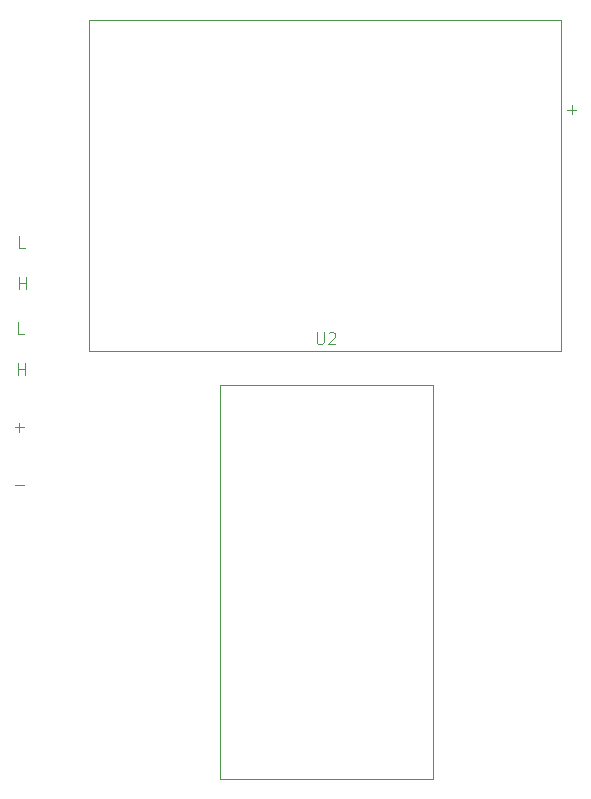
<source format=gbr>
%TF.GenerationSoftware,KiCad,Pcbnew,8.0.6*%
%TF.CreationDate,2025-01-26T20:50:59-07:00*%
%TF.ProjectId,Main Computer,4d61696e-2043-46f6-9d70-757465722e6b,rev?*%
%TF.SameCoordinates,Original*%
%TF.FileFunction,Legend,Top*%
%TF.FilePolarity,Positive*%
%FSLAX46Y46*%
G04 Gerber Fmt 4.6, Leading zero omitted, Abs format (unit mm)*
G04 Created by KiCad (PCBNEW 8.0.6) date 2025-01-26 20:50:59*
%MOMM*%
%LPD*%
G01*
G04 APERTURE LIST*
%ADD10C,0.100000*%
G04 APERTURE END LIST*
D10*
X97203884Y-123491466D02*
X97965789Y-123491466D01*
X97584836Y-123872419D02*
X97584836Y-123110514D01*
X97980074Y-115572419D02*
X97503884Y-115572419D01*
X97503884Y-115572419D02*
X97503884Y-114572419D01*
X144003884Y-96591466D02*
X144765789Y-96591466D01*
X144384836Y-96972419D02*
X144384836Y-96210514D01*
X97603884Y-111772419D02*
X97603884Y-110772419D01*
X97603884Y-111248609D02*
X98175312Y-111248609D01*
X98175312Y-111772419D02*
X98175312Y-110772419D01*
X97503884Y-119072419D02*
X97503884Y-118072419D01*
X97503884Y-118548609D02*
X98075312Y-118548609D01*
X98075312Y-119072419D02*
X98075312Y-118072419D01*
X98080074Y-108272419D02*
X97603884Y-108272419D01*
X97603884Y-108272419D02*
X97603884Y-107272419D01*
X97203884Y-128391466D02*
X97965789Y-128391466D01*
X122788095Y-115452419D02*
X122788095Y-116261942D01*
X122788095Y-116261942D02*
X122835714Y-116357180D01*
X122835714Y-116357180D02*
X122883333Y-116404800D01*
X122883333Y-116404800D02*
X122978571Y-116452419D01*
X122978571Y-116452419D02*
X123169047Y-116452419D01*
X123169047Y-116452419D02*
X123264285Y-116404800D01*
X123264285Y-116404800D02*
X123311904Y-116357180D01*
X123311904Y-116357180D02*
X123359523Y-116261942D01*
X123359523Y-116261942D02*
X123359523Y-115452419D01*
X123788095Y-115547657D02*
X123835714Y-115500038D01*
X123835714Y-115500038D02*
X123930952Y-115452419D01*
X123930952Y-115452419D02*
X124169047Y-115452419D01*
X124169047Y-115452419D02*
X124264285Y-115500038D01*
X124264285Y-115500038D02*
X124311904Y-115547657D01*
X124311904Y-115547657D02*
X124359523Y-115642895D01*
X124359523Y-115642895D02*
X124359523Y-115738133D01*
X124359523Y-115738133D02*
X124311904Y-115880990D01*
X124311904Y-115880990D02*
X123740476Y-116452419D01*
X123740476Y-116452419D02*
X124359523Y-116452419D01*
%TO.C,UNIT_1*%
X143500000Y-117000000D02*
X103500000Y-117000000D01*
X103500000Y-89000000D01*
X143500000Y-89000000D01*
X143500000Y-117000000D01*
%TO.C,U2*%
X114600000Y-119905000D02*
X132600000Y-119905000D01*
X132600000Y-153305000D01*
X114600000Y-153305000D01*
X114600000Y-119905000D01*
%TD*%
M02*

</source>
